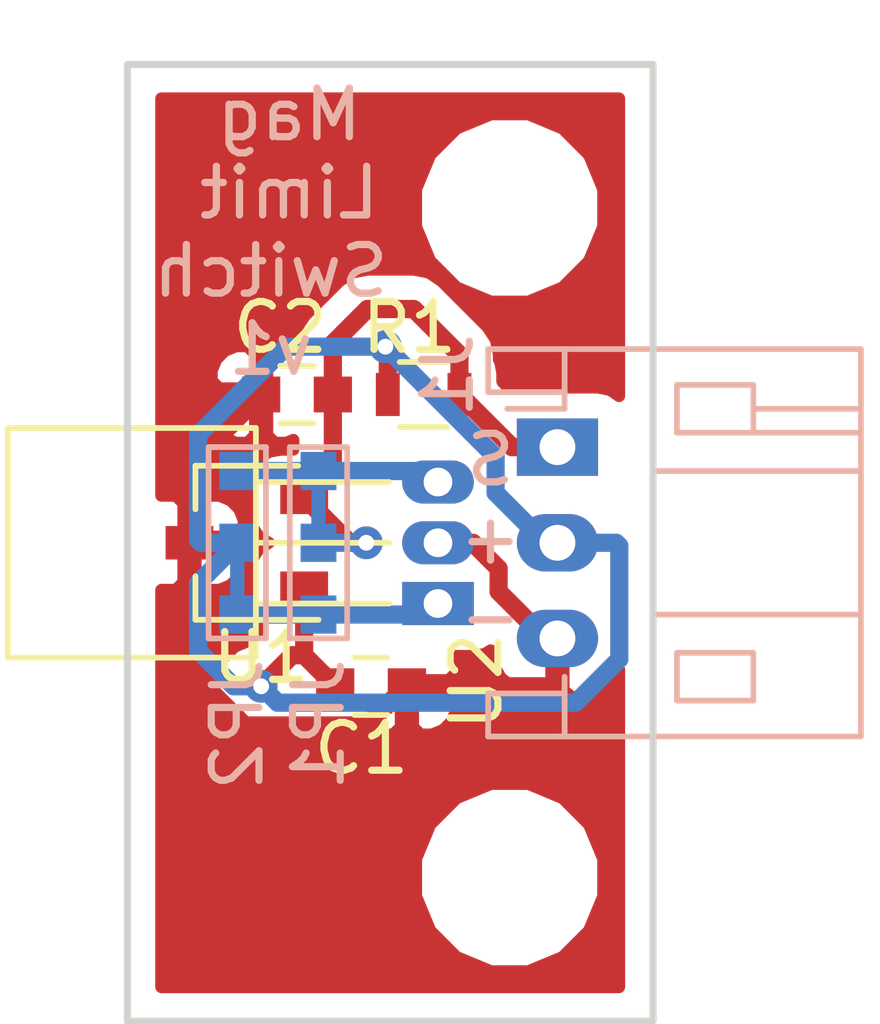
<source format=kicad_pcb>
(kicad_pcb (version 4) (host pcbnew 4.0.7)

  (general
    (links 16)
    (no_connects 0)
    (area 158.924999 96.924999 170.075001 117.075001)
    (thickness 1.6)
    (drawings 6)
    (tracks 64)
    (zones 0)
    (modules 10)
    (nets 6)
  )

  (page A4)
  (layers
    (0 F.Cu signal)
    (31 B.Cu signal)
    (32 B.Adhes user)
    (33 F.Adhes user)
    (34 B.Paste user)
    (35 F.Paste user)
    (36 B.SilkS user)
    (37 F.SilkS user)
    (38 B.Mask user)
    (39 F.Mask user)
    (40 Dwgs.User user)
    (41 Cmts.User user)
    (42 Eco1.User user)
    (43 Eco2.User user)
    (44 Edge.Cuts user)
    (45 Margin user)
    (46 B.CrtYd user)
    (47 F.CrtYd user hide)
    (48 B.Fab user hide)
    (49 F.Fab user hide)
  )

  (setup
    (last_trace_width 0.381)
    (trace_clearance 0.254)
    (zone_clearance 0.508)
    (zone_45_only no)
    (trace_min 0.1524)
    (segment_width 0.2)
    (edge_width 0.15)
    (via_size 0.6858)
    (via_drill 0.3302)
    (via_min_size 0.6858)
    (via_min_drill 0.3302)
    (uvia_size 0.3)
    (uvia_drill 0.1)
    (uvias_allowed no)
    (uvia_min_size 0)
    (uvia_min_drill 0)
    (pcb_text_width 0.3)
    (pcb_text_size 1.5 1.5)
    (mod_edge_width 0.15)
    (mod_text_size 1 1)
    (mod_text_width 0.15)
    (pad_size 2.65 2.65)
    (pad_drill 2.65)
    (pad_to_mask_clearance 0.2)
    (aux_axis_origin 0 0)
    (grid_origin 164 106)
    (visible_elements FFFFFF7F)
    (pcbplotparams
      (layerselection 0x00030_80000001)
      (usegerberextensions false)
      (excludeedgelayer true)
      (linewidth 0.100000)
      (plotframeref false)
      (viasonmask false)
      (mode 1)
      (useauxorigin false)
      (hpglpennumber 1)
      (hpglpenspeed 20)
      (hpglpendiameter 15)
      (hpglpenoverlay 2)
      (psnegative false)
      (psa4output false)
      (plotreference true)
      (plotvalue true)
      (plotinvisibletext false)
      (padsonsilk false)
      (subtractmaskfromsilk false)
      (outputformat 1)
      (mirror false)
      (drillshape 1)
      (scaleselection 1)
      (outputdirectory ""))
  )

  (net 0 "")
  (net 1 GND)
  (net 2 +3V3)
  (net 3 /OUT)
  (net 4 "Net-(JP1-Pad1)")
  (net 5 "Net-(JP1-Pad3)")

  (net_class Default "This is the default net class."
    (clearance 0.254)
    (trace_width 0.381)
    (via_dia 0.6858)
    (via_drill 0.3302)
    (uvia_dia 0.3)
    (uvia_drill 0.1)
    (add_net +3V3)
    (add_net /OUT)
    (add_net GND)
    (add_net "Net-(JP1-Pad1)")
    (add_net "Net-(JP1-Pad3)")
  )

  (module Capacitors_SMD:C_0603 (layer F.Cu) (tedit 59958EE7) (tstamp 59FE3693)
    (at 164.1 110)
    (descr "Capacitor SMD 0603, reflow soldering, AVX (see smccp.pdf)")
    (tags "capacitor 0603")
    (path /59FE3587)
    (attr smd)
    (fp_text reference C1 (at -0.2 1.3) (layer F.SilkS)
      (effects (font (size 1 1) (thickness 0.15)))
    )
    (fp_text value .01u (at 0 -1.6) (layer F.Fab)
      (effects (font (size 1 1) (thickness 0.15)))
    )
    (fp_line (start 1.4 0.65) (end -1.4 0.65) (layer F.CrtYd) (width 0.05))
    (fp_line (start 1.4 0.65) (end 1.4 -0.65) (layer F.CrtYd) (width 0.05))
    (fp_line (start -1.4 -0.65) (end -1.4 0.65) (layer F.CrtYd) (width 0.05))
    (fp_line (start -1.4 -0.65) (end 1.4 -0.65) (layer F.CrtYd) (width 0.05))
    (fp_line (start 0.35 0.6) (end -0.35 0.6) (layer F.SilkS) (width 0.12))
    (fp_line (start -0.35 -0.6) (end 0.35 -0.6) (layer F.SilkS) (width 0.12))
    (fp_line (start -0.8 -0.4) (end 0.8 -0.4) (layer F.Fab) (width 0.1))
    (fp_line (start 0.8 -0.4) (end 0.8 0.4) (layer F.Fab) (width 0.1))
    (fp_line (start 0.8 0.4) (end -0.8 0.4) (layer F.Fab) (width 0.1))
    (fp_line (start -0.8 0.4) (end -0.8 -0.4) (layer F.Fab) (width 0.1))
    (fp_text user %R (at 0 0) (layer F.Fab)
      (effects (font (size 0.3 0.3) (thickness 0.075)))
    )
    (pad 2 smd rect (at 0.75 0) (size 0.8 0.75) (layers F.Cu F.Paste F.Mask)
      (net 1 GND))
    (pad 1 smd rect (at -0.75 0) (size 0.8 0.75) (layers F.Cu F.Paste F.Mask)
      (net 2 +3V3))
    (model Capacitors_SMD.3dshapes/C_0603.wrl
      (at (xyz 0 0 0))
      (scale (xyz 1 1 1))
      (rotate (xyz 0 0 0))
    )
  )

  (module Mounting_Holes:MountingHole_2.5mm_Pad (layer F.Cu) (tedit 59FE3AC3) (tstamp 59FE369F)
    (at 167 114)
    (descr "Mounting Hole 2.5mm")
    (tags "mounting hole 2.5mm")
    (path /59FE396D)
    (fp_text reference J2 (at 0 -3.5) (layer Cmts.User)
      (effects (font (size 1 1) (thickness 0.15)))
    )
    (fp_text value Conn_01x01 (at 0 3.5) (layer F.Fab)
      (effects (font (size 1 1) (thickness 0.15)))
    )
    (fp_circle (center 0 0) (end 2.5 0) (layer Cmts.User) (width 0.15))
    (fp_circle (center 0 0) (end 2.75 0) (layer F.CrtYd) (width 0.05))
    (pad "" np_thru_hole circle (at 0 0) (size 2.65 2.65) (drill 2.65) (layers *.Cu))
  )

  (module Mounting_Holes:MountingHole_2.5mm_Pad (layer F.Cu) (tedit 59FE3ABE) (tstamp 59FE36A4)
    (at 167 100)
    (descr "Mounting Hole 2.5mm")
    (tags "mounting hole 2.5mm")
    (path /59FE39D1)
    (fp_text reference J3 (at 0 -3.5) (layer Cmts.User)
      (effects (font (size 1 1) (thickness 0.15)))
    )
    (fp_text value Conn_01x01 (at 0 3.5) (layer F.Fab)
      (effects (font (size 1 1) (thickness 0.15)))
    )
    (fp_circle (center 0 0) (end 2.5 0) (layer Cmts.User) (width 0.15))
    (fp_circle (center 0 0) (end 2.75 0) (layer F.CrtYd) (width 0.05))
    (pad "" np_thru_hole circle (at 0 0) (size 2.65 2.65) (drill 2.65) (layers *.Cu))
  )

  (module Resistors_SMD:R_0603 (layer F.Cu) (tedit 58E0A804) (tstamp 59FE36AA)
    (at 165.2 103.9)
    (descr "Resistor SMD 0603, reflow soldering, Vishay (see dcrcw.pdf)")
    (tags "resistor 0603")
    (path /59FE368E)
    (attr smd)
    (fp_text reference R1 (at -0.3 -1.4) (layer F.SilkS)
      (effects (font (size 1 1) (thickness 0.15)))
    )
    (fp_text value 10k (at 0 1.5) (layer F.Fab)
      (effects (font (size 1 1) (thickness 0.15)))
    )
    (fp_text user %R (at 0 0) (layer F.Fab)
      (effects (font (size 0.4 0.4) (thickness 0.075)))
    )
    (fp_line (start -0.8 0.4) (end -0.8 -0.4) (layer F.Fab) (width 0.1))
    (fp_line (start 0.8 0.4) (end -0.8 0.4) (layer F.Fab) (width 0.1))
    (fp_line (start 0.8 -0.4) (end 0.8 0.4) (layer F.Fab) (width 0.1))
    (fp_line (start -0.8 -0.4) (end 0.8 -0.4) (layer F.Fab) (width 0.1))
    (fp_line (start 0.5 0.68) (end -0.5 0.68) (layer F.SilkS) (width 0.12))
    (fp_line (start -0.5 -0.68) (end 0.5 -0.68) (layer F.SilkS) (width 0.12))
    (fp_line (start -1.25 -0.7) (end 1.25 -0.7) (layer F.CrtYd) (width 0.05))
    (fp_line (start -1.25 -0.7) (end -1.25 0.7) (layer F.CrtYd) (width 0.05))
    (fp_line (start 1.25 0.7) (end 1.25 -0.7) (layer F.CrtYd) (width 0.05))
    (fp_line (start 1.25 0.7) (end -1.25 0.7) (layer F.CrtYd) (width 0.05))
    (pad 1 smd rect (at -0.75 0) (size 0.5 0.9) (layers F.Cu F.Paste F.Mask)
      (net 2 +3V3))
    (pad 2 smd rect (at 0.75 0) (size 0.5 0.9) (layers F.Cu F.Paste F.Mask)
      (net 3 /OUT))
    (model ${KISYS3DMOD}/Resistors_SMD.3dshapes/R_0603.wrl
      (at (xyz 0 0 0))
      (scale (xyz 1 1 1))
      (rotate (xyz 0 0 0))
    )
  )

  (module TO_SOT_Packages_SMD:SOT-23W (layer F.Cu) (tedit 5997FF17) (tstamp 59FE36B1)
    (at 161.5 107 180)
    (descr "SOT-23W http://www.allegromicro.com/~/media/Files/Datasheets/A112x-Datasheet.ashx?la=en&hash=7BC461E058CC246E0BAB62433B2F1ECA104CA9D3")
    (tags SOT-23W)
    (path /59FE3343)
    (attr smd)
    (fp_text reference U1 (at -0.3 -2.4 360) (layer F.SilkS)
      (effects (font (size 1 1) (thickness 0.15)))
    )
    (fp_text value DRV5023BIQDBZR (at 0 2.5 180) (layer F.Fab)
      (effects (font (size 1 1) (thickness 0.15)))
    )
    (fp_line (start 1.075 -1.61) (end 1.075 -0.7) (layer F.SilkS) (width 0.12))
    (fp_line (start 1.075 0.7) (end 1.075 1.61) (layer F.SilkS) (width 0.12))
    (fp_line (start -1.5 -1.61) (end 1.075 -1.61) (layer F.SilkS) (width 0.12))
    (fp_line (start -1.075 1.61) (end 1.075 1.61) (layer F.SilkS) (width 0.12))
    (fp_text user %R (at 0 2.45 270) (layer F.Fab)
      (effects (font (size 0.5 0.5) (thickness 0.075)))
    )
    (fp_line (start -0.955 -0.49) (end -0.955 1.49) (layer F.Fab) (width 0.1))
    (fp_line (start 0.045 -1.49) (end 0.955 -1.49) (layer F.Fab) (width 0.1))
    (fp_line (start -0.955 -0.49) (end 0.045 -1.49) (layer F.Fab) (width 0.1))
    (fp_line (start 0.955 -1.49) (end 0.955 1.49) (layer F.Fab) (width 0.1))
    (fp_line (start -0.955 1.49) (end 0.955 1.49) (layer F.Fab) (width 0.1))
    (fp_line (start -1.95 -1.74) (end 1.95 -1.74) (layer F.CrtYd) (width 0.05))
    (fp_line (start 1.95 -1.74) (end 1.95 1.74) (layer F.CrtYd) (width 0.05))
    (fp_line (start 1.95 1.74) (end -1.95 1.74) (layer F.CrtYd) (width 0.05))
    (fp_line (start -1.95 1.74) (end -1.95 -1.74) (layer F.CrtYd) (width 0.05))
    (pad 1 smd rect (at -1.2 -0.95 180) (size 1 0.7) (layers F.Cu F.Paste F.Mask)
      (net 2 +3V3))
    (pad 2 smd rect (at -1.2 0.95 180) (size 1 0.7) (layers F.Cu F.Paste F.Mask)
      (net 3 /OUT))
    (pad 3 smd rect (at 1.2 0 180) (size 1 0.7) (layers F.Cu F.Paste F.Mask)
      (net 1 GND))
    (model ${KISYS3DMOD}/TO_SOT_Packages_SMD.3dshapes/SOT-23W.wrl
      (at (xyz 0 0 0))
      (scale (xyz 1 1 1))
      (rotate (xyz 0 0 0))
    )
  )

  (module Connectors_JST:JST_PH_S3B-PH-K_03x2.00mm_Angled (layer B.Cu) (tedit 58D3FE32) (tstamp 59FE369A)
    (at 168 105 270)
    (descr "JST PH series connector, S3B-PH-K, side entry type, through hole, Datasheet: http://www.jst-mfg.com/product/pdf/eng/ePH.pdf")
    (tags "connector jst ph")
    (path /59FE33AE)
    (fp_text reference J1 (at -1.5 2.3 270) (layer B.SilkS)
      (effects (font (size 1 1) (thickness 0.15)) (justify mirror))
    )
    (fp_text value Conn_01x03 (at 2 -7.25 270) (layer B.Fab)
      (effects (font (size 1 1) (thickness 0.15)) (justify mirror))
    )
    (fp_line (start 0.5 -6.35) (end 0.5 -2) (layer B.SilkS) (width 0.12))
    (fp_line (start 0.5 -2) (end 3.5 -2) (layer B.SilkS) (width 0.12))
    (fp_line (start 3.5 -2) (end 3.5 -6.35) (layer B.SilkS) (width 0.12))
    (fp_line (start -0.8 -0.15) (end -1.15 -0.15) (layer B.SilkS) (width 0.12))
    (fp_line (start -1.15 -0.15) (end -1.15 1.45) (layer B.SilkS) (width 0.12))
    (fp_line (start -1.15 1.45) (end -2.05 1.45) (layer B.SilkS) (width 0.12))
    (fp_line (start -2.05 1.45) (end -2.05 -6.35) (layer B.SilkS) (width 0.12))
    (fp_line (start -2.05 -6.35) (end 6.05 -6.35) (layer B.SilkS) (width 0.12))
    (fp_line (start 6.05 -6.35) (end 6.05 1.45) (layer B.SilkS) (width 0.12))
    (fp_line (start 6.05 1.45) (end 5.15 1.45) (layer B.SilkS) (width 0.12))
    (fp_line (start 5.15 1.45) (end 5.15 -0.15) (layer B.SilkS) (width 0.12))
    (fp_line (start 5.15 -0.15) (end 4.8 -0.15) (layer B.SilkS) (width 0.12))
    (fp_line (start -2.05 -0.15) (end -1.15 -0.15) (layer B.SilkS) (width 0.12))
    (fp_line (start 6.05 -0.15) (end 5.15 -0.15) (layer B.SilkS) (width 0.12))
    (fp_line (start -1.3 -2.5) (end -1.3 -4.1) (layer B.SilkS) (width 0.12))
    (fp_line (start -1.3 -4.1) (end -0.3 -4.1) (layer B.SilkS) (width 0.12))
    (fp_line (start -0.3 -4.1) (end -0.3 -2.5) (layer B.SilkS) (width 0.12))
    (fp_line (start -0.3 -2.5) (end -1.3 -2.5) (layer B.SilkS) (width 0.12))
    (fp_line (start 5.3 -2.5) (end 5.3 -4.1) (layer B.SilkS) (width 0.12))
    (fp_line (start 5.3 -4.1) (end 4.3 -4.1) (layer B.SilkS) (width 0.12))
    (fp_line (start 4.3 -4.1) (end 4.3 -2.5) (layer B.SilkS) (width 0.12))
    (fp_line (start 4.3 -2.5) (end 5.3 -2.5) (layer B.SilkS) (width 0.12))
    (fp_line (start -0.3 -4.1) (end -0.3 -6.35) (layer B.SilkS) (width 0.12))
    (fp_line (start -0.8 -4.1) (end -0.8 -6.35) (layer B.SilkS) (width 0.12))
    (fp_line (start -2.45 1.85) (end -2.45 -6.75) (layer B.CrtYd) (width 0.05))
    (fp_line (start -2.45 -6.75) (end 6.45 -6.75) (layer B.CrtYd) (width 0.05))
    (fp_line (start 6.45 -6.75) (end 6.45 1.85) (layer B.CrtYd) (width 0.05))
    (fp_line (start 6.45 1.85) (end -2.45 1.85) (layer B.CrtYd) (width 0.05))
    (fp_line (start -1.25 -0.25) (end -1.25 1.35) (layer B.Fab) (width 0.1))
    (fp_line (start -1.25 1.35) (end -1.95 1.35) (layer B.Fab) (width 0.1))
    (fp_line (start -1.95 1.35) (end -1.95 -6.25) (layer B.Fab) (width 0.1))
    (fp_line (start -1.95 -6.25) (end 5.95 -6.25) (layer B.Fab) (width 0.1))
    (fp_line (start 5.95 -6.25) (end 5.95 1.35) (layer B.Fab) (width 0.1))
    (fp_line (start 5.95 1.35) (end 5.25 1.35) (layer B.Fab) (width 0.1))
    (fp_line (start 5.25 1.35) (end 5.25 -0.25) (layer B.Fab) (width 0.1))
    (fp_line (start 5.25 -0.25) (end -1.25 -0.25) (layer B.Fab) (width 0.1))
    (fp_line (start -0.8 -0.15) (end -0.8 1.05) (layer B.SilkS) (width 0.12))
    (fp_line (start 0 -0.85) (end -0.5 -1.35) (layer B.Fab) (width 0.1))
    (fp_line (start -0.5 -1.35) (end 0.5 -1.35) (layer B.Fab) (width 0.1))
    (fp_line (start 0.5 -1.35) (end 0 -0.85) (layer B.Fab) (width 0.1))
    (fp_text user %R (at 2 -2.5 270) (layer B.Fab)
      (effects (font (size 1 1) (thickness 0.15)) (justify mirror))
    )
    (pad 1 thru_hole rect (at 0 0 270) (size 1.2 1.7) (drill 0.75) (layers *.Cu *.Mask)
      (net 3 /OUT))
    (pad 2 thru_hole oval (at 2 0 270) (size 1.2 1.7) (drill 0.75) (layers *.Cu *.Mask)
      (net 2 +3V3))
    (pad 3 thru_hole oval (at 4 0 270) (size 1.2 1.7) (drill 0.75) (layers *.Cu *.Mask)
      (net 1 GND))
    (model ${KISYS3DMOD}/Connectors_JST.3dshapes/JST_PH_S3B-PH-K_03x2.00mm_Angled.wrl
      (at (xyz 0 0 0))
      (scale (xyz 1 1 1))
      (rotate (xyz 0 0 0))
    )
  )

  (module Capacitors_SMD:C_0603 (layer F.Cu) (tedit 59958EE7) (tstamp 5A00F920)
    (at 162.55 103.9 180)
    (descr "Capacitor SMD 0603, reflow soldering, AVX (see smccp.pdf)")
    (tags "capacitor 0603")
    (path /5A0178BF)
    (attr smd)
    (fp_text reference C2 (at 0.35 1.4 180) (layer F.SilkS)
      (effects (font (size 1 1) (thickness 0.15)))
    )
    (fp_text value C (at 0 1.5 180) (layer F.Fab)
      (effects (font (size 1 1) (thickness 0.15)))
    )
    (fp_line (start 1.4 0.65) (end -1.4 0.65) (layer F.CrtYd) (width 0.05))
    (fp_line (start 1.4 0.65) (end 1.4 -0.65) (layer F.CrtYd) (width 0.05))
    (fp_line (start -1.4 -0.65) (end -1.4 0.65) (layer F.CrtYd) (width 0.05))
    (fp_line (start -1.4 -0.65) (end 1.4 -0.65) (layer F.CrtYd) (width 0.05))
    (fp_line (start 0.35 0.6) (end -0.35 0.6) (layer F.SilkS) (width 0.12))
    (fp_line (start -0.35 -0.6) (end 0.35 -0.6) (layer F.SilkS) (width 0.12))
    (fp_line (start -0.8 -0.4) (end 0.8 -0.4) (layer F.Fab) (width 0.1))
    (fp_line (start 0.8 -0.4) (end 0.8 0.4) (layer F.Fab) (width 0.1))
    (fp_line (start 0.8 0.4) (end -0.8 0.4) (layer F.Fab) (width 0.1))
    (fp_line (start -0.8 0.4) (end -0.8 -0.4) (layer F.Fab) (width 0.1))
    (fp_text user %R (at 0 0 180) (layer F.Fab)
      (effects (font (size 0.3 0.3) (thickness 0.075)))
    )
    (pad 2 smd rect (at 0.75 0 180) (size 0.8 0.75) (layers F.Cu F.Paste F.Mask)
      (net 1 GND))
    (pad 1 smd rect (at -0.75 0 180) (size 0.8 0.75) (layers F.Cu F.Paste F.Mask)
      (net 3 /OUT))
    (model Capacitors_SMD.3dshapes/C_0603.wrl
      (at (xyz 0 0 0))
      (scale (xyz 1 1 1))
      (rotate (xyz 0 0 0))
    )
  )

  (module hlib:jumper_0603 (layer B.Cu) (tedit 5A0BC7DC) (tstamp 5A0BC999)
    (at 163 106.25 270)
    (descr "Capacitor SMD 0603, reflow soldering, AVX (see smccp.pdf)")
    (tags "capacitor 0603")
    (path /5A0B9E94)
    (attr smd)
    (fp_text reference JP1 (at 4.55 0 270) (layer B.SilkS)
      (effects (font (size 1 1) (thickness 0.15)) (justify mirror))
    )
    (fp_text value Jumper_NC_Dual (at 0.45 -1.2 270) (layer B.Fab)
      (effects (font (size 1 1) (thickness 0.15)) (justify mirror))
    )
    (fp_line (start -0.7 0) (end 0.75 0) (layer B.Cu) (width 0.3))
    (fp_line (start 2.9 -0.65) (end -1.4 -0.65) (layer B.CrtYd) (width 0.05))
    (fp_line (start 2.9 -0.65) (end 2.9 0.65) (layer B.CrtYd) (width 0.05))
    (fp_line (start -1.4 0.65) (end -1.4 -0.65) (layer B.CrtYd) (width 0.05))
    (fp_line (start -1.4 0.65) (end 2.9 0.65) (layer B.CrtYd) (width 0.05))
    (fp_line (start 2.75 -0.6) (end -1.25 -0.6) (layer B.SilkS) (width 0.12))
    (fp_line (start -1.25 0.6) (end 2.75 0.6) (layer B.SilkS) (width 0.12))
    (fp_line (start -0.8 0.4) (end 2.3 0.4) (layer B.Fab) (width 0.1))
    (fp_line (start 2.3 0.4) (end 2.3 -0.4) (layer B.Fab) (width 0.1))
    (fp_line (start 2.3 -0.4) (end -0.8 -0.4) (layer B.Fab) (width 0.1))
    (fp_line (start -0.8 -0.4) (end -0.8 0.4) (layer B.Fab) (width 0.1))
    (fp_text user %R (at 0 0 270) (layer B.Fab)
      (effects (font (size 0.3 0.3) (thickness 0.075)) (justify mirror))
    )
    (fp_line (start 2.75 0.6) (end 2.75 -0.6) (layer B.SilkS) (width 0.12))
    (fp_line (start -1.25 0.6) (end -1.25 -0.6) (layer B.SilkS) (width 0.12))
    (pad 2 smd rect (at 0.75 0 270) (size 0.8 0.75) (layers B.Cu B.Mask)
      (net 3 /OUT))
    (pad 1 smd rect (at -0.75 0 270) (size 0.8 0.75) (layers B.Cu B.Mask)
      (net 4 "Net-(JP1-Pad1)"))
    (pad 3 smd rect (at 2.25 0 270) (size 0.8 0.75) (layers B.Cu B.Mask)
      (net 5 "Net-(JP1-Pad3)"))
    (model Capacitors_SMD.3dshapes/C_0603.wrl
      (at (xyz 0 0 0))
      (scale (xyz 1 1 1))
      (rotate (xyz 0 0 0))
    )
  )

  (module hlib:jumper_0603 (layer B.Cu) (tedit 5A0BC7DC) (tstamp 5A0BC9A3)
    (at 161.3 107.75 90)
    (descr "Capacitor SMD 0603, reflow soldering, AVX (see smccp.pdf)")
    (tags "capacitor 0603")
    (path /5A0B9DC4)
    (attr smd)
    (fp_text reference JP2 (at -3.05 0 90) (layer B.SilkS)
      (effects (font (size 1 1) (thickness 0.15)) (justify mirror))
    )
    (fp_text value Jumper_NC_Dual (at 0.45 -1.2 90) (layer B.Fab)
      (effects (font (size 1 1) (thickness 0.15)) (justify mirror))
    )
    (fp_line (start -0.7 0) (end 0.75 0) (layer B.Cu) (width 0.3))
    (fp_line (start 2.9 -0.65) (end -1.4 -0.65) (layer B.CrtYd) (width 0.05))
    (fp_line (start 2.9 -0.65) (end 2.9 0.65) (layer B.CrtYd) (width 0.05))
    (fp_line (start -1.4 0.65) (end -1.4 -0.65) (layer B.CrtYd) (width 0.05))
    (fp_line (start -1.4 0.65) (end 2.9 0.65) (layer B.CrtYd) (width 0.05))
    (fp_line (start 2.75 -0.6) (end -1.25 -0.6) (layer B.SilkS) (width 0.12))
    (fp_line (start -1.25 0.6) (end 2.75 0.6) (layer B.SilkS) (width 0.12))
    (fp_line (start -0.8 0.4) (end 2.3 0.4) (layer B.Fab) (width 0.1))
    (fp_line (start 2.3 0.4) (end 2.3 -0.4) (layer B.Fab) (width 0.1))
    (fp_line (start 2.3 -0.4) (end -0.8 -0.4) (layer B.Fab) (width 0.1))
    (fp_line (start -0.8 -0.4) (end -0.8 0.4) (layer B.Fab) (width 0.1))
    (fp_text user %R (at 0 0 90) (layer B.Fab)
      (effects (font (size 0.3 0.3) (thickness 0.075)) (justify mirror))
    )
    (fp_line (start 2.75 0.6) (end 2.75 -0.6) (layer B.SilkS) (width 0.12))
    (fp_line (start -1.25 0.6) (end -1.25 -0.6) (layer B.SilkS) (width 0.12))
    (pad 2 smd rect (at 0.75 0 90) (size 0.8 0.75) (layers B.Cu B.Mask)
      (net 2 +3V3))
    (pad 1 smd rect (at -0.75 0 90) (size 0.8 0.75) (layers B.Cu B.Mask)
      (net 5 "Net-(JP1-Pad3)"))
    (pad 3 smd rect (at 2.25 0 90) (size 0.8 0.75) (layers B.Cu B.Mask)
      (net 4 "Net-(JP1-Pad1)"))
    (model Capacitors_SMD.3dshapes/C_0603.wrl
      (at (xyz 0 0 0))
      (scale (xyz 1 1 1))
      (rotate (xyz 0 0 0))
    )
  )

  (module TO_SOT_Packages_THT:TO-92_Horizontal2_Inline_Narrow_Oval (layer F.Cu) (tedit 58CE52AF) (tstamp 5A2515F0)
    (at 165.5 108.27 90)
    (descr "TO-92 horizontal, leads in-line, narrow, oval pads, drill 0.6mm (see NXP sot054_po.pdf)")
    (tags "to-92 sc-43 sc-43a sot54 PA33 transistor")
    (path /5A0B9AFB)
    (fp_text reference U2 (at -1.63 0.8 90) (layer F.SilkS)
      (effects (font (size 1 1) (thickness 0.15)))
    )
    (fp_text value DRV5023BIQLPGM (at 1.27 -10.03 90) (layer F.Fab)
      (effects (font (size 1 1) (thickness 0.15)))
    )
    (fp_text user %R (at 1.27 1.78 90) (layer F.Fab)
      (effects (font (size 1 1) (thickness 0.15)))
    )
    (fp_line (start 2.54 -3.94) (end 2.54 -1.02) (layer F.Fab) (width 0.1))
    (fp_line (start 1.27 -3.94) (end 1.27 -1.02) (layer F.Fab) (width 0.1))
    (fp_line (start 0 -3.94) (end 0 -1.02) (layer F.Fab) (width 0.1))
    (fp_line (start -1.02 -8.89) (end -1.02 -3.94) (layer F.Fab) (width 0.1))
    (fp_line (start -1.02 -3.94) (end 3.56 -3.94) (layer F.Fab) (width 0.1))
    (fp_line (start 3.56 -3.94) (end 3.56 -8.89) (layer F.Fab) (width 0.1))
    (fp_line (start 3.56 -8.89) (end -1.02 -8.89) (layer F.Fab) (width 0.1))
    (fp_line (start 0 -1.02) (end 0 -3.81) (layer F.SilkS) (width 0.12))
    (fp_line (start 1.27 -1.02) (end 1.27 -3.81) (layer F.SilkS) (width 0.12))
    (fp_line (start 2.54 -1.02) (end 2.54 -3.81) (layer F.SilkS) (width 0.12))
    (fp_line (start -1.13 -3.81) (end 3.67 -3.81) (layer F.SilkS) (width 0.12))
    (fp_line (start 3.67 -3.81) (end 3.67 -9) (layer F.SilkS) (width 0.12))
    (fp_line (start 3.67 -9) (end -1.13 -9) (layer F.SilkS) (width 0.12))
    (fp_line (start -1.13 -9) (end -1.13 -3.81) (layer F.SilkS) (width 0.12))
    (fp_line (start -1.27 -9.14) (end 3.81 -9.14) (layer F.CrtYd) (width 0.05))
    (fp_line (start -1.27 -9.14) (end -1.27 1) (layer F.CrtYd) (width 0.05))
    (fp_line (start 3.81 1) (end 3.81 -9.14) (layer F.CrtYd) (width 0.05))
    (fp_line (start 3.81 1) (end -1.27 1) (layer F.CrtYd) (width 0.05))
    (pad 2 thru_hole oval (at 1.27 0 270) (size 0.9 1.5) (drill 0.6) (layers *.Cu *.Mask)
      (net 1 GND))
    (pad 3 thru_hole oval (at 2.54 0 270) (size 0.9 1.5) (drill 0.6) (layers *.Cu *.Mask)
      (net 4 "Net-(JP1-Pad1)"))
    (pad 1 thru_hole rect (at 0 0 270) (size 0.9 1.5) (drill 0.6) (layers *.Cu *.Mask)
      (net 5 "Net-(JP1-Pad3)"))
    (model ${KISYS3DMOD}/TO_SOT_Packages_THT.3dshapes/TO-92_Horizontal2_Inline_Narrow_Oval.wrl
      (at (xyz 0.05 0 0))
      (scale (xyz 1 1 1))
      (rotate (xyz 0 0 90))
    )
  )

  (gr_text "S\n+\n-" (at 166.6 106.9) (layer B.SilkS) (tstamp 59FE4069)
    (effects (font (size 1.016 1.016) (thickness 0.1524)) (justify mirror))
  )
  (gr_text "Mag \nLimit \nSwitch\nv1" (at 162 100.5) (layer B.SilkS)
    (effects (font (size 1.016 1.016) (thickness 0.1524)) (justify mirror))
  )
  (gr_line (start 170 117) (end 170 97) (layer Edge.Cuts) (width 0.15))
  (gr_line (start 159 117) (end 170 117) (layer Edge.Cuts) (width 0.15))
  (gr_line (start 159 97) (end 159 117) (layer Edge.Cuts) (width 0.15))
  (gr_line (start 170 97) (end 159 97) (layer Edge.Cuts) (width 0.15))

  (segment (start 164.005499 110.819501) (end 164.825 110) (width 0.381) (layer F.Cu) (net 1))
  (segment (start 160.3 109.665354) (end 161.454147 110.819501) (width 0.381) (layer F.Cu) (net 1))
  (segment (start 160.3 107) (end 160.3 109.665354) (width 0.381) (layer F.Cu) (net 1))
  (segment (start 161.454147 110.819501) (end 164.005499 110.819501) (width 0.381) (layer F.Cu) (net 1))
  (segment (start 164.825 110) (end 164.85 110) (width 0.381) (layer F.Cu) (net 1))
  (segment (start 168 109) (end 167.75 109) (width 0.381) (layer F.Cu) (net 1))
  (segment (start 167.75 109) (end 166.769 108.019) (width 0.381) (layer F.Cu) (net 1))
  (segment (start 166.769 108.019) (end 166.769 107.538898) (width 0.381) (layer F.Cu) (net 1))
  (segment (start 166.769 107.538898) (end 166.230102 107) (width 0.381) (layer F.Cu) (net 1))
  (segment (start 166.230102 107) (end 165.5 107) (width 0.381) (layer F.Cu) (net 1))
  (segment (start 164.85 110) (end 167.981 110) (width 0.381) (layer F.Cu) (net 1))
  (segment (start 167.981 110) (end 168 109.981) (width 0.381) (layer F.Cu) (net 1))
  (segment (start 168 109.981) (end 168 109) (width 0.381) (layer F.Cu) (net 1))
  (segment (start 160.3 107) (end 160.3 105.4) (width 0.381) (layer F.Cu) (net 1))
  (segment (start 160.3 105.4) (end 161.8 103.9) (width 0.381) (layer F.Cu) (net 1))
  (segment (start 168 107) (end 169.231 107) (width 0.381) (layer B.Cu) (net 2))
  (segment (start 169.231 107) (end 169.29451 107.06351) (width 0.381) (layer B.Cu) (net 2))
  (segment (start 169.29451 107.06351) (end 169.29451 109.43265) (width 0.381) (layer B.Cu) (net 2))
  (segment (start 169.29451 109.43265) (end 168.384261 110.342899) (width 0.381) (layer B.Cu) (net 2))
  (segment (start 168.384261 110.342899) (end 162.142899 110.342899) (width 0.381) (layer B.Cu) (net 2))
  (segment (start 162.142899 110.342899) (end 161.8 110) (width 0.381) (layer B.Cu) (net 2))
  (segment (start 161.3 107) (end 160.544 107) (width 0.381) (layer B.Cu) (net 2))
  (segment (start 160.544 107) (end 160.480499 106.936499) (width 0.381) (layer B.Cu) (net 2))
  (segment (start 160.480499 106.936499) (end 160.480499 104.744399) (width 0.381) (layer B.Cu) (net 2))
  (segment (start 160.480499 104.744399) (end 162.324898 102.9) (width 0.381) (layer B.Cu) (net 2))
  (segment (start 162.324898 102.9) (end 163.915067 102.9) (width 0.381) (layer B.Cu) (net 2))
  (segment (start 163.915067 102.9) (end 164.4 102.9) (width 0.381) (layer B.Cu) (net 2))
  (segment (start 161.8 110) (end 162.45 109.35) (width 0.381) (layer F.Cu) (net 2))
  (segment (start 162.45 109.35) (end 162.7 109.35) (width 0.381) (layer F.Cu) (net 2))
  (segment (start 161.3 107.025) (end 160.480499 107.844501) (width 0.381) (layer B.Cu) (net 2))
  (segment (start 161.3 107) (end 161.3 107.025) (width 0.381) (layer B.Cu) (net 2))
  (segment (start 160.480499 107.844501) (end 160.480499 109.255601) (width 0.381) (layer B.Cu) (net 2))
  (segment (start 160.480499 109.255601) (end 161.224898 110) (width 0.381) (layer B.Cu) (net 2))
  (segment (start 161.224898 110) (end 161.8 110) (width 0.381) (layer B.Cu) (net 2))
  (via (at 161.8 110) (size 0.6858) (drill 0.3302) (layers F.Cu B.Cu) (net 2))
  (segment (start 164.4 102.9) (end 166.705499 105.205499) (width 0.381) (layer B.Cu) (net 2))
  (segment (start 166.705499 105.205499) (end 166.705499 105.955499) (width 0.381) (layer B.Cu) (net 2))
  (segment (start 166.705499 105.955499) (end 167.75 107) (width 0.381) (layer B.Cu) (net 2))
  (segment (start 167.75 107) (end 168 107) (width 0.381) (layer B.Cu) (net 2))
  (segment (start 164.45 103.9) (end 164.45 102.95) (width 0.381) (layer F.Cu) (net 2))
  (segment (start 164.45 102.95) (end 164.4 102.9) (width 0.381) (layer F.Cu) (net 2))
  (via (at 164.4 102.9) (size 0.6858) (drill 0.3302) (layers F.Cu B.Cu) (net 2))
  (segment (start 162.7 107.95) (end 162.7 109.35) (width 0.381) (layer F.Cu) (net 2))
  (segment (start 162.7 109.35) (end 163.35 110) (width 0.381) (layer F.Cu) (net 2))
  (segment (start 162.45 108.2) (end 162.7 107.95) (width 0.381) (layer F.Cu) (net 2))
  (segment (start 163.3 103.9) (end 163.3 102.834646) (width 0.381) (layer F.Cu) (net 3))
  (segment (start 163.3 102.834646) (end 164.022047 102.112599) (width 0.381) (layer F.Cu) (net 3))
  (segment (start 164.022047 102.112599) (end 164.993599 102.112599) (width 0.381) (layer F.Cu) (net 3))
  (segment (start 164.993599 102.112599) (end 165.95 103.069) (width 0.381) (layer F.Cu) (net 3))
  (segment (start 165.95 103.069) (end 165.95 103.9) (width 0.381) (layer F.Cu) (net 3))
  (segment (start 163.3 103.9) (end 163.3 105.45) (width 0.381) (layer F.Cu) (net 3))
  (segment (start 163.3 105.45) (end 162.7 106.05) (width 0.381) (layer F.Cu) (net 3))
  (segment (start 168 105) (end 167.05 105) (width 0.381) (layer F.Cu) (net 3))
  (segment (start 167.05 105) (end 165.95 103.9) (width 0.381) (layer F.Cu) (net 3))
  (segment (start 164 107) (end 163.65 107) (width 0.381) (layer F.Cu) (net 3))
  (segment (start 163.65 107) (end 162.7 106.05) (width 0.381) (layer F.Cu) (net 3))
  (segment (start 163 107) (end 164 107) (width 0.381) (layer B.Cu) (net 3))
  (via (at 164 107) (size 0.6858) (drill 0.3302) (layers F.Cu B.Cu) (net 3))
  (segment (start 163 105.5) (end 165.27 105.5) (width 0.381) (layer B.Cu) (net 4))
  (segment (start 165.27 105.5) (end 165.5 105.73) (width 0.381) (layer B.Cu) (net 4))
  (segment (start 163 105.5) (end 161.3 105.5) (width 0.381) (layer B.Cu) (net 4))
  (segment (start 163 108.5) (end 165.27 108.5) (width 0.381) (layer B.Cu) (net 5))
  (segment (start 165.27 108.5) (end 165.5 108.27) (width 0.381) (layer B.Cu) (net 5))
  (segment (start 163 108.5) (end 161.3 108.5) (width 0.381) (layer B.Cu) (net 5))

  (zone (net 1) (net_name GND) (layer F.Cu) (tstamp 0) (hatch edge 0.508)
    (connect_pads (clearance 0.508))
    (min_thickness 0.254)
    (fill yes (arc_segments 16) (thermal_gap 0.508) (thermal_bridge_width 0.508))
    (polygon
      (pts
        (xy 159 97) (xy 170 97) (xy 170 117) (xy 159 117)
      )
    )
    (filled_polygon
      (pts
        (xy 169.29 103.932099) (xy 169.10189 103.803569) (xy 168.85 103.75256) (xy 167.15 103.75256) (xy 166.998501 103.781067)
        (xy 166.84744 103.630006) (xy 166.84744 103.45) (xy 166.803162 103.214683) (xy 166.7755 103.171695) (xy 166.7755 103.069)
        (xy 166.759124 102.986673) (xy 166.712663 102.753094) (xy 166.59974 102.584094) (xy 166.533717 102.485283) (xy 166.533714 102.485281)
        (xy 165.577316 101.528882) (xy 165.309505 101.349936) (xy 164.993599 101.287099) (xy 164.022052 101.287099) (xy 164.022047 101.287098)
        (xy 163.706142 101.349936) (xy 163.43833 101.528882) (xy 163.438328 101.528885) (xy 162.716283 102.250929) (xy 162.537337 102.51874)
        (xy 162.502015 102.696316) (xy 162.4745 102.834646) (xy 162.4745 102.951383) (xy 162.326309 102.89) (xy 162.08575 102.89)
        (xy 161.927 103.04875) (xy 161.927 103.773) (xy 161.947 103.773) (xy 161.947 104.027) (xy 161.927 104.027)
        (xy 161.927 104.75125) (xy 162.08575 104.91) (xy 162.326309 104.91) (xy 162.4745 104.848617) (xy 162.4745 105.05256)
        (xy 162.2 105.05256) (xy 161.964683 105.096838) (xy 161.748559 105.23591) (xy 161.603569 105.44811) (xy 161.55256 105.7)
        (xy 161.55256 106.4) (xy 161.596838 106.635317) (xy 161.73591 106.851441) (xy 161.94811 106.996431) (xy 161.961197 106.999081)
        (xy 161.748559 107.13591) (xy 161.603569 107.34811) (xy 161.55256 107.6) (xy 161.55256 108.3) (xy 161.596838 108.535317)
        (xy 161.73591 108.751441) (xy 161.82218 108.810386) (xy 161.610631 109.021935) (xy 161.606337 109.021931) (xy 161.246788 109.170493)
        (xy 160.97146 109.445341) (xy 160.82227 109.80463) (xy 160.821931 110.193663) (xy 160.970493 110.553212) (xy 161.245341 110.82854)
        (xy 161.60463 110.97773) (xy 161.993663 110.978069) (xy 162.353212 110.829507) (xy 162.43521 110.747652) (xy 162.48591 110.826441)
        (xy 162.69811 110.971431) (xy 162.95 111.02244) (xy 163.75 111.02244) (xy 163.985317 110.978162) (xy 164.088646 110.911671)
        (xy 164.090302 110.913327) (xy 164.323691 111.01) (xy 164.56425 111.01) (xy 164.723 110.85125) (xy 164.723 110.127)
        (xy 164.977 110.127) (xy 164.977 110.85125) (xy 165.13575 111.01) (xy 165.376309 111.01) (xy 165.609698 110.913327)
        (xy 165.788327 110.734699) (xy 165.885 110.50131) (xy 165.885 110.28575) (xy 165.72625 110.127) (xy 164.977 110.127)
        (xy 164.723 110.127) (xy 164.703 110.127) (xy 164.703 109.873) (xy 164.723 109.873) (xy 164.723 109.853)
        (xy 164.977 109.853) (xy 164.977 109.873) (xy 165.72625 109.873) (xy 165.885 109.71425) (xy 165.885 109.49869)
        (xy 165.830634 109.36744) (xy 166.25 109.36744) (xy 166.485317 109.323162) (xy 166.602065 109.248037) (xy 166.556538 109.317609)
        (xy 166.571714 109.409376) (xy 166.818067 109.829125) (xy 167.206299 110.122647) (xy 167.677304 110.245256) (xy 167.873 110.082547)
        (xy 167.873 109.127) (xy 167.853 109.127) (xy 167.853 108.873) (xy 167.873 108.873) (xy 167.873 108.853)
        (xy 168.127 108.853) (xy 168.127 108.873) (xy 168.147 108.873) (xy 168.147 109.127) (xy 168.127 109.127)
        (xy 168.127 110.082547) (xy 168.322696 110.245256) (xy 168.793701 110.122647) (xy 169.181933 109.829125) (xy 169.29 109.644995)
        (xy 169.29 116.29) (xy 159.71 116.29) (xy 159.71 114.388158) (xy 165.03966 114.388158) (xy 165.337424 115.108801)
        (xy 165.888299 115.660639) (xy 166.608421 115.959659) (xy 167.388158 115.96034) (xy 168.108801 115.662576) (xy 168.660639 115.111701)
        (xy 168.959659 114.391579) (xy 168.96034 113.611842) (xy 168.662576 112.891199) (xy 168.111701 112.339361) (xy 167.391579 112.040341)
        (xy 166.611842 112.03966) (xy 165.891199 112.337424) (xy 165.339361 112.888299) (xy 165.040341 113.608421) (xy 165.03966 114.388158)
        (xy 159.71 114.388158) (xy 159.71 107.985) (xy 160.01425 107.985) (xy 160.173 107.82625) (xy 160.173 107.127)
        (xy 160.427 107.127) (xy 160.427 107.82625) (xy 160.58575 107.985) (xy 160.926309 107.985) (xy 161.159698 107.888327)
        (xy 161.338327 107.709699) (xy 161.435 107.47631) (xy 161.435 107.28575) (xy 161.27625 107.127) (xy 160.427 107.127)
        (xy 160.173 107.127) (xy 160.153 107.127) (xy 160.153 106.873) (xy 160.173 106.873) (xy 160.173 106.17375)
        (xy 160.427 106.17375) (xy 160.427 106.873) (xy 161.27625 106.873) (xy 161.435 106.71425) (xy 161.435 106.52369)
        (xy 161.338327 106.290301) (xy 161.159698 106.111673) (xy 160.926309 106.015) (xy 160.58575 106.015) (xy 160.427 106.17375)
        (xy 160.173 106.17375) (xy 160.01425 106.015) (xy 159.71 106.015) (xy 159.71 104.18575) (xy 160.765 104.18575)
        (xy 160.765 104.40131) (xy 160.861673 104.634699) (xy 161.040302 104.813327) (xy 161.273691 104.91) (xy 161.51425 104.91)
        (xy 161.673 104.75125) (xy 161.673 104.027) (xy 160.92375 104.027) (xy 160.765 104.18575) (xy 159.71 104.18575)
        (xy 159.71 103.39869) (xy 160.765 103.39869) (xy 160.765 103.61425) (xy 160.92375 103.773) (xy 161.673 103.773)
        (xy 161.673 103.04875) (xy 161.51425 102.89) (xy 161.273691 102.89) (xy 161.040302 102.986673) (xy 160.861673 103.165301)
        (xy 160.765 103.39869) (xy 159.71 103.39869) (xy 159.71 100.388158) (xy 165.03966 100.388158) (xy 165.337424 101.108801)
        (xy 165.888299 101.660639) (xy 166.608421 101.959659) (xy 167.388158 101.96034) (xy 168.108801 101.662576) (xy 168.660639 101.111701)
        (xy 168.959659 100.391579) (xy 168.96034 99.611842) (xy 168.662576 98.891199) (xy 168.111701 98.339361) (xy 167.391579 98.040341)
        (xy 166.611842 98.03966) (xy 165.891199 98.337424) (xy 165.339361 98.888299) (xy 165.040341 99.608421) (xy 165.03966 100.388158)
        (xy 159.71 100.388158) (xy 159.71 97.71) (xy 169.29 97.71)
      )
    )
    (filled_polygon
      (pts
        (xy 165.627 106.873) (xy 165.647 106.873) (xy 165.647 107.127) (xy 165.627 107.127) (xy 165.627 107.147)
        (xy 165.373 107.147) (xy 165.373 107.127) (xy 165.353 107.127) (xy 165.353 106.873) (xy 165.373 106.873)
        (xy 165.373 106.853) (xy 165.627 106.853)
      )
    )
  )
  (zone (net 1) (net_name GND) (layer B.Cu) (tstamp 0) (hatch edge 0.508)
    (connect_pads (clearance 0.508))
    (min_thickness 0.254)
    (fill yes (arc_segments 16) (thermal_gap 0.508) (thermal_bridge_width 0.508))
    (polygon
      (pts
        (xy 159 97) (xy 170 97) (xy 170 117) (xy 159 117)
      )
    )
    (filled_polygon
      (pts
        (xy 168.127 108.873) (xy 168.147 108.873) (xy 168.147 109.127) (xy 168.127 109.127) (xy 168.127 109.147)
        (xy 167.873 109.147) (xy 167.873 109.127) (xy 167.853 109.127) (xy 167.853 108.873) (xy 167.873 108.873)
        (xy 167.873 108.853) (xy 168.127 108.853)
      )
    )
    (filled_polygon
      (pts
        (xy 165.627 106.873) (xy 165.647 106.873) (xy 165.647 107.127) (xy 165.627 107.127) (xy 165.627 107.147)
        (xy 165.373 107.147) (xy 165.373 107.127) (xy 165.353 107.127) (xy 165.353 106.873) (xy 165.373 106.873)
        (xy 165.373 106.853) (xy 165.627 106.853)
      )
    )
  )
)

</source>
